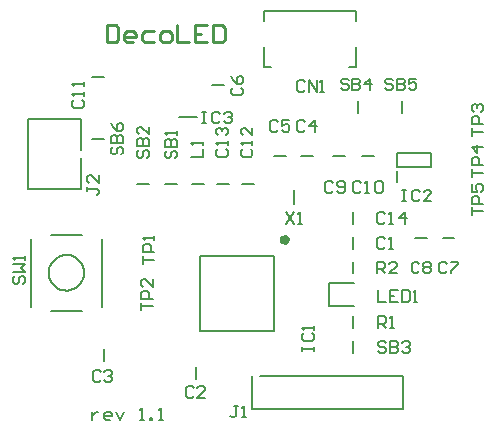
<source format=gto>
G04*
G04 #@! TF.GenerationSoftware,Altium Limited,Altium Designer,21.9.2 (33)*
G04*
G04 Layer_Color=65535*
%FSLAX25Y25*%
%MOIN*%
G70*
G04*
G04 #@! TF.SameCoordinates,0BDF80D0-06DB-4186-A1CF-57D38C80D236*
G04*
G04*
G04 #@! TF.FilePolarity,Positive*
G04*
G01*
G75*
%ADD10C,0.00787*%
%ADD11C,0.01575*%
%ADD12C,0.00600*%
%ADD13C,0.00996*%
%ADD14C,0.00598*%
D10*
X29331Y53347D02*
X29246Y54344D01*
X28993Y55314D01*
X28581Y56226D01*
X28020Y57056D01*
X27327Y57780D01*
X26522Y58375D01*
X25627Y58826D01*
X24669Y59119D01*
X23676Y59247D01*
X22675Y59204D01*
X21696Y58993D01*
X20766Y58620D01*
X19914Y58095D01*
X19162Y57433D01*
X18532Y56653D01*
X18044Y55779D01*
X17710Y54835D01*
X17541Y53847D01*
Y52846D01*
X17710Y51858D01*
X18044Y50914D01*
X18532Y50039D01*
X19162Y49260D01*
X19914Y48598D01*
X20766Y48073D01*
X21696Y47700D01*
X22675Y47489D01*
X23676Y47446D01*
X24669Y47574D01*
X25627Y47867D01*
X26522Y48318D01*
X27327Y48913D01*
X28020Y49637D01*
X28581Y50466D01*
X28993Y51379D01*
X29246Y52348D01*
X29331Y53347D01*
X99213Y76378D02*
Y81102D01*
X18307Y65945D02*
X28543D01*
X18307Y40748D02*
X28543D01*
X11614Y41929D02*
Y64764D01*
X35236D02*
X35236Y41929D01*
X31890Y98032D02*
X35827D01*
X135433Y106693D02*
Y110630D01*
X120472Y106693D02*
Y110630D01*
X118898Y26772D02*
Y30709D01*
X46850Y83071D02*
X50787D01*
X56299D02*
X60236D01*
X118898Y53150D02*
Y57087D01*
X118898Y35039D02*
Y38976D01*
X111024Y42126D02*
X119291D01*
X111024Y42126D02*
Y50000D01*
X119291D01*
X65354Y83071D02*
X69291D01*
X28346Y94291D02*
Y104528D01*
Y81299D02*
Y91535D01*
X10630Y81299D02*
X28346D01*
X10630D02*
Y104528D01*
X28346D01*
X135669Y7874D02*
Y18898D01*
X85433Y7874D02*
X135669D01*
X87795Y18898D02*
X135669D01*
X85433Y7874D02*
Y18898D01*
X61024Y105394D02*
X67027D01*
X133661Y88583D02*
Y93307D01*
X145079D01*
Y88583D02*
Y93307D01*
X133661Y88583D02*
X145079D01*
X133465Y83661D02*
Y87205D01*
X92716Y34055D02*
Y58858D01*
X67913Y34055D02*
X92716D01*
X67913D02*
Y58858D01*
X92716D01*
X117717Y122047D02*
X120079D01*
Y128740D01*
X89370Y122047D02*
Y128740D01*
Y137402D02*
Y140551D01*
X120079Y137402D02*
Y140551D01*
X89370D02*
X120079D01*
X89370Y122047D02*
X91732D01*
X118898Y69685D02*
Y73622D01*
X73622Y83071D02*
X77559D01*
X81890Y83071D02*
X85827D01*
X31890Y118504D02*
X35827D01*
X122047Y92126D02*
X125984D01*
X112205Y92126D02*
X116142D01*
X139764Y64961D02*
X143701D01*
X148819Y64961D02*
X152756D01*
X71956Y115881D02*
X75893D01*
X92520Y92126D02*
X96457D01*
X101575D02*
X105512D01*
X35827Y23917D02*
Y27854D01*
X66535Y18110D02*
Y22047D01*
X118898Y61417D02*
Y65354D01*
D11*
X96850Y64468D02*
X96306Y65217D01*
X95426Y64931D01*
Y64006D01*
X96306Y63720D01*
X96850Y64468D01*
D12*
X112336Y83202D02*
X111680Y83858D01*
X110368D01*
X109712Y83202D01*
Y80578D01*
X110368Y79922D01*
X111680D01*
X112336Y80578D01*
X113648D02*
X114304Y79922D01*
X115616D01*
X116272Y80578D01*
Y83202D01*
X115616Y83858D01*
X114304D01*
X113648Y83202D01*
Y82546D01*
X114304Y81890D01*
X116272D01*
X96589Y73621D02*
X99213Y69686D01*
Y73621D02*
X96589Y69686D01*
X100524D02*
X101836D01*
X101181D01*
Y73621D01*
X100524Y72966D01*
X38846Y95408D02*
X38190Y94752D01*
Y93440D01*
X38846Y92784D01*
X39502D01*
X40157Y93440D01*
Y94752D01*
X40813Y95408D01*
X41469D01*
X42125Y94752D01*
Y93440D01*
X41469Y92784D01*
X38190Y96720D02*
X42125D01*
Y98687D01*
X41469Y99343D01*
X40813D01*
X40157Y98687D01*
Y96720D01*
Y98687D01*
X39502Y99343D01*
X38846D01*
X38190Y98687D01*
Y96720D01*
Y103279D02*
X38846Y101967D01*
X40157Y100655D01*
X41469D01*
X42125Y101311D01*
Y102623D01*
X41469Y103279D01*
X40813D01*
X40157Y102623D01*
Y100655D01*
X129594Y72965D02*
X128938Y73621D01*
X127626D01*
X126970Y72965D01*
Y70342D01*
X127626Y69686D01*
X128938D01*
X129594Y70342D01*
X130906Y69686D02*
X132218D01*
X131562D01*
Y73621D01*
X130906Y72965D01*
X136153Y69686D02*
Y73621D01*
X134186Y71653D01*
X136809D01*
X73885Y94555D02*
X73229Y93899D01*
Y92587D01*
X73885Y91931D01*
X76509D01*
X77165Y92587D01*
Y93899D01*
X76509Y94555D01*
X77165Y95867D02*
Y97178D01*
Y96522D01*
X73229D01*
X73885Y95867D01*
Y99146D02*
X73229Y99802D01*
Y101114D01*
X73885Y101770D01*
X74541D01*
X75197Y101114D01*
Y100458D01*
Y101114D01*
X75853Y101770D01*
X76509D01*
X77165Y101114D01*
Y99802D01*
X76509Y99146D01*
X82153Y94555D02*
X81497Y93899D01*
Y92587D01*
X82153Y91931D01*
X84777D01*
X85432Y92587D01*
Y93899D01*
X84777Y94555D01*
X85432Y95867D02*
Y97178D01*
Y96522D01*
X81497D01*
X82153Y95867D01*
X85432Y101770D02*
Y99146D01*
X82809Y101770D01*
X82153D01*
X81497Y101114D01*
Y99802D01*
X82153Y99146D01*
X25853Y110959D02*
X25197Y110303D01*
Y108991D01*
X25853Y108335D01*
X28477D01*
X29133Y108991D01*
Y110303D01*
X28477Y110959D01*
X29133Y112270D02*
Y113582D01*
Y112926D01*
X25197D01*
X25853Y112270D01*
X29133Y115550D02*
Y116862D01*
Y116206D01*
X25197D01*
X25853Y115550D01*
X102855Y116863D02*
X102199Y117519D01*
X100887D01*
X100231Y116863D01*
Y114239D01*
X100887Y113583D01*
X102199D01*
X102855Y114239D01*
X104167Y113583D02*
Y117519D01*
X106791Y113583D01*
Y117519D01*
X108103Y113583D02*
X109415D01*
X108759D01*
Y117519D01*
X108103Y116863D01*
X65781Y14796D02*
X65125Y15452D01*
X63813D01*
X63157Y14796D01*
Y12172D01*
X63813Y11516D01*
X65125D01*
X65781Y12172D01*
X69717Y11516D02*
X67093D01*
X69717Y14140D01*
Y14796D01*
X69061Y15452D01*
X67749D01*
X67093Y14796D01*
X158465Y72508D02*
Y75132D01*
Y73820D01*
X162401D01*
Y76444D02*
X158465D01*
Y78412D01*
X159121Y79068D01*
X160433D01*
X161089Y78412D01*
Y76444D01*
X158465Y83004D02*
Y80380D01*
X160433D01*
X159777Y81692D01*
Y82348D01*
X160433Y83004D01*
X161745D01*
X162401Y82348D01*
Y81036D01*
X161745Y80380D01*
X158465Y85303D02*
Y87927D01*
Y86615D01*
X162401D01*
Y89239D02*
X158465D01*
Y91207D01*
X159121Y91863D01*
X160433D01*
X161089Y91207D01*
Y89239D01*
X162401Y95143D02*
X158465D01*
X160433Y93175D01*
Y95799D01*
X158465Y99083D02*
Y101707D01*
Y100395D01*
X162401D01*
Y103019D02*
X158465D01*
Y104987D01*
X159121Y105643D01*
X160433D01*
X161089Y104987D01*
Y103019D01*
X159121Y106955D02*
X158465Y107610D01*
Y108922D01*
X159121Y109578D01*
X159777D01*
X160433Y108922D01*
Y108266D01*
Y108922D01*
X161089Y109578D01*
X161745D01*
X162401Y108922D01*
Y107610D01*
X161745Y106955D01*
X48426Y40815D02*
Y43439D01*
Y42127D01*
X52362D01*
Y44751D02*
X48426D01*
Y46719D01*
X49082Y47375D01*
X50394D01*
X51050Y46719D01*
Y44751D01*
X52362Y51311D02*
Y48687D01*
X49738Y51311D01*
X49082D01*
X48426Y50655D01*
Y49343D01*
X49082Y48687D01*
X48820Y56432D02*
Y59056D01*
Y57744D01*
X52755D01*
Y60368D02*
X48820D01*
Y62336D01*
X49475Y62991D01*
X50787D01*
X51443Y62336D01*
Y60368D01*
X52755Y64303D02*
Y65615D01*
Y64959D01*
X48820D01*
X49475Y64303D01*
X30316Y82021D02*
Y80709D01*
Y81365D01*
X33595D01*
X34251Y80709D01*
Y80053D01*
X33595Y79397D01*
X34251Y85957D02*
Y83333D01*
X31628Y85957D01*
X30972D01*
X30316Y85301D01*
Y83989D01*
X30972Y83333D01*
X80709Y9054D02*
X79397D01*
X80053D01*
Y5775D01*
X79397Y5119D01*
X78741D01*
X78085Y5775D01*
X82021Y5119D02*
X83333D01*
X82677D01*
Y9054D01*
X82021Y8399D01*
X132219Y117454D02*
X131563Y118110D01*
X130251D01*
X129595Y117454D01*
Y116798D01*
X130251Y116142D01*
X131563D01*
X132219Y115486D01*
Y114830D01*
X131563Y114174D01*
X130251D01*
X129595Y114830D01*
X133531Y118110D02*
Y114174D01*
X135498D01*
X136154Y114830D01*
Y115486D01*
X135498Y116142D01*
X133531D01*
X135498D01*
X136154Y116798D01*
Y117454D01*
X135498Y118110D01*
X133531D01*
X140090D02*
X137466D01*
Y116142D01*
X138778Y116798D01*
X139434D01*
X140090Y116142D01*
Y114830D01*
X139434Y114174D01*
X138122D01*
X137466Y114830D01*
X56956Y94095D02*
X56300Y93439D01*
Y92127D01*
X56956Y91471D01*
X57612D01*
X58268Y92127D01*
Y93439D01*
X58924Y94095D01*
X59580D01*
X60236Y93439D01*
Y92127D01*
X59580Y91471D01*
X56300Y95407D02*
X60236D01*
Y97375D01*
X59580Y98031D01*
X58924D01*
X58268Y97375D01*
Y95407D01*
Y97375D01*
X57612Y98031D01*
X56956D01*
X56300Y97375D01*
Y95407D01*
X60236Y99343D02*
Y100655D01*
Y99999D01*
X56300D01*
X56956Y99343D01*
X6168Y52363D02*
X5512Y51707D01*
Y50395D01*
X6168Y49739D01*
X6824D01*
X7480Y50395D01*
Y51707D01*
X8136Y52363D01*
X8792D01*
X9448Y51707D01*
Y50395D01*
X8792Y49739D01*
X5512Y53675D02*
X9448D01*
X8136Y54987D01*
X9448Y56299D01*
X5512D01*
X9448Y57610D02*
Y58922D01*
Y58267D01*
X5512D01*
X6168Y57610D01*
X117455Y117454D02*
X116799Y118110D01*
X115487D01*
X114831Y117454D01*
Y116798D01*
X115487Y116142D01*
X116799D01*
X117455Y115486D01*
Y114830D01*
X116799Y114174D01*
X115487D01*
X114831Y114830D01*
X118767Y118110D02*
Y114174D01*
X120735D01*
X121391Y114830D01*
Y115486D01*
X120735Y116142D01*
X118767D01*
X120735D01*
X121391Y116798D01*
Y117454D01*
X120735Y118110D01*
X118767D01*
X124670Y114174D02*
Y118110D01*
X122703Y116142D01*
X125326D01*
X47507Y94227D02*
X46851Y93571D01*
Y92259D01*
X47507Y91603D01*
X48163D01*
X48819Y92259D01*
Y93571D01*
X49475Y94227D01*
X50131D01*
X50787Y93571D01*
Y92259D01*
X50131Y91603D01*
X46851Y95539D02*
X50787D01*
Y97506D01*
X50131Y98162D01*
X49475D01*
X48819Y97506D01*
Y95539D01*
Y97506D01*
X48163Y98162D01*
X47507D01*
X46851Y97506D01*
Y95539D01*
X50787Y102098D02*
Y99474D01*
X48163Y102098D01*
X47507D01*
X46851Y101442D01*
Y100130D01*
X47507Y99474D01*
X130053Y30052D02*
X129397Y30708D01*
X128085D01*
X127429Y30052D01*
Y29396D01*
X128085Y28740D01*
X129397D01*
X130053Y28084D01*
Y27428D01*
X129397Y26772D01*
X128085D01*
X127429Y27428D01*
X131365Y30708D02*
Y26772D01*
X133333D01*
X133989Y27428D01*
Y28084D01*
X133333Y28740D01*
X131365D01*
X133333D01*
X133989Y29396D01*
Y30052D01*
X133333Y30708D01*
X131365D01*
X135301Y30052D02*
X135957Y30708D01*
X137269D01*
X137925Y30052D01*
Y29396D01*
X137269Y28740D01*
X136613D01*
X137269D01*
X137925Y28084D01*
Y27428D01*
X137269Y26772D01*
X135957D01*
X135301Y27428D01*
X127035Y53150D02*
Y57086D01*
X129003D01*
X129659Y56430D01*
Y55118D01*
X129003Y54462D01*
X127035D01*
X128347D02*
X129659Y53150D01*
X133595D02*
X130971D01*
X133595Y55774D01*
Y56430D01*
X132939Y57086D01*
X131627D01*
X130971Y56430D01*
X127297Y35040D02*
Y38976D01*
X129265D01*
X129921Y38320D01*
Y37008D01*
X129265Y36352D01*
X127297D01*
X128609D02*
X129921Y35040D01*
X131233D02*
X132545D01*
X131889D01*
Y38976D01*
X131233Y38320D01*
X127299Y47637D02*
Y43701D01*
X129922D01*
X133858Y47637D02*
X131234D01*
Y43701D01*
X133858D01*
X131234Y45669D02*
X132546D01*
X135170Y47637D02*
Y43701D01*
X137138D01*
X137794Y44357D01*
Y46981D01*
X137138Y47637D01*
X135170D01*
X139106Y43701D02*
X140418D01*
X139762D01*
Y47637D01*
X139106Y46981D01*
X64961Y91864D02*
X68897D01*
Y94488D01*
Y95800D02*
Y97112D01*
Y96456D01*
X64961D01*
X65617Y95800D01*
X135238Y81102D02*
X136550D01*
X135894D01*
Y77166D01*
X135238D01*
X136550D01*
X141141Y80446D02*
X140486Y81102D01*
X139174D01*
X138518Y80446D01*
Y77822D01*
X139174Y77166D01*
X140486D01*
X141141Y77822D01*
X145077Y77166D02*
X142453D01*
X145077Y79790D01*
Y80446D01*
X144421Y81102D01*
X143109D01*
X142453Y80446D01*
X68702Y107086D02*
X70014D01*
X69358D01*
Y103150D01*
X68702D01*
X70014D01*
X74606Y106430D02*
X73950Y107086D01*
X72638D01*
X71982Y106430D01*
Y103806D01*
X72638Y103150D01*
X73950D01*
X74606Y103806D01*
X75918Y106430D02*
X76574Y107086D01*
X77886D01*
X78542Y106430D01*
Y105774D01*
X77886Y105118D01*
X77230D01*
X77886D01*
X78542Y104462D01*
Y103806D01*
X77886Y103150D01*
X76574D01*
X75918Y103806D01*
X101969Y27232D02*
Y28544D01*
Y27888D01*
X105905D01*
Y27232D01*
Y28544D01*
X102625Y33136D02*
X101969Y32480D01*
Y31168D01*
X102625Y30512D01*
X105249D01*
X105905Y31168D01*
Y32480D01*
X105249Y33136D01*
X105905Y34448D02*
Y35760D01*
Y35104D01*
X101969D01*
X102625Y34448D01*
X121720Y83202D02*
X121064Y83858D01*
X119752D01*
X119096Y83202D01*
Y80578D01*
X119752Y79922D01*
X121064D01*
X121720Y80578D01*
X123032Y79922D02*
X124344D01*
X123688D01*
Y83858D01*
X123032Y83202D01*
X126312D02*
X126968Y83858D01*
X128279D01*
X128935Y83202D01*
Y80578D01*
X128279Y79922D01*
X126968D01*
X126312Y80578D01*
Y83202D01*
X141076Y56430D02*
X140420Y57086D01*
X139109D01*
X138452Y56430D01*
Y53806D01*
X139109Y53150D01*
X140420D01*
X141076Y53806D01*
X142388Y56430D02*
X143044Y57086D01*
X144356D01*
X145012Y56430D01*
Y55774D01*
X144356Y55118D01*
X145012Y54462D01*
Y53806D01*
X144356Y53150D01*
X143044D01*
X142388Y53806D01*
Y54462D01*
X143044Y55118D01*
X142388Y55774D01*
Y56430D01*
X143044Y55118D02*
X144356D01*
X150131Y56430D02*
X149476Y57086D01*
X148164D01*
X147508Y56430D01*
Y53806D01*
X148164Y53150D01*
X149476D01*
X150131Y53806D01*
X151443Y57086D02*
X154067D01*
Y56430D01*
X151443Y53806D01*
Y53150D01*
X93832Y103674D02*
X93176Y104330D01*
X91864D01*
X91208Y103674D01*
Y101050D01*
X91864Y100394D01*
X93176D01*
X93832Y101050D01*
X97768Y104330D02*
X95144D01*
Y102362D01*
X96456Y103018D01*
X97112D01*
X97768Y102362D01*
Y101050D01*
X97112Y100394D01*
X95800D01*
X95144Y101050D01*
X102887Y103674D02*
X102231Y104330D01*
X100919D01*
X100264Y103674D01*
Y101050D01*
X100919Y100394D01*
X102231D01*
X102887Y101050D01*
X106167Y100394D02*
Y104330D01*
X104199Y102362D01*
X106823D01*
X34777Y20308D02*
X34121Y20964D01*
X32809D01*
X32153Y20308D01*
Y17684D01*
X32809Y17028D01*
X34121D01*
X34777Y17684D01*
X36089Y20308D02*
X36745Y20964D01*
X38057D01*
X38713Y20308D01*
Y19652D01*
X38057Y18996D01*
X37401D01*
X38057D01*
X38713Y18340D01*
Y17684D01*
X38057Y17028D01*
X36745D01*
X36089Y17684D01*
X79003Y115092D02*
X78347Y114436D01*
Y113124D01*
X79003Y112468D01*
X81627D01*
X82283Y113124D01*
Y114436D01*
X81627Y115092D01*
X78347Y119028D02*
X79003Y117716D01*
X80315Y116404D01*
X81627D01*
X82283Y117060D01*
Y118372D01*
X81627Y119028D01*
X80971D01*
X80315Y118372D01*
Y116404D01*
X129528Y64698D02*
X128872Y65354D01*
X127560D01*
X126904Y64698D01*
Y62074D01*
X127560Y61418D01*
X128872D01*
X129528Y62074D01*
X130840Y61418D02*
X132151D01*
X131495D01*
Y65354D01*
X130840Y64698D01*
D13*
X36823Y136033D02*
Y130130D01*
X39775D01*
X40759Y131114D01*
Y135050D01*
X39775Y136033D01*
X36823D01*
X45678Y130130D02*
X43710D01*
X42726Y131114D01*
Y133082D01*
X43710Y134066D01*
X45678D01*
X46662Y133082D01*
Y132098D01*
X42726D01*
X52566Y134066D02*
X49614D01*
X48630Y133082D01*
Y131114D01*
X49614Y130130D01*
X52566D01*
X55518D02*
X57485D01*
X58469Y131114D01*
Y133082D01*
X57485Y134066D01*
X55518D01*
X54534Y133082D01*
Y131114D01*
X55518Y130130D01*
X60437Y136033D02*
Y130130D01*
X64373D01*
X70277Y136033D02*
X66341D01*
Y130130D01*
X70277D01*
X66341Y133082D02*
X68309D01*
X72244Y136033D02*
Y130130D01*
X75196D01*
X76180Y131114D01*
Y135050D01*
X75196Y136033D01*
X72244D01*
D14*
X32094Y6962D02*
Y4339D01*
Y5650D01*
X32750Y6306D01*
X33406Y6962D01*
X34062D01*
X37998Y4339D02*
X36686D01*
X36030Y4995D01*
Y6306D01*
X36686Y6962D01*
X37998D01*
X38654Y6306D01*
Y5650D01*
X36030D01*
X39966Y6962D02*
X41278Y4339D01*
X42590Y6962D01*
X47837Y4339D02*
X49149D01*
X48493D01*
Y8274D01*
X47837Y7618D01*
X51117Y4339D02*
Y4995D01*
X51773D01*
Y4339D01*
X51117D01*
X54397D02*
X55709D01*
X55053D01*
Y8274D01*
X54397Y7618D01*
M02*

</source>
